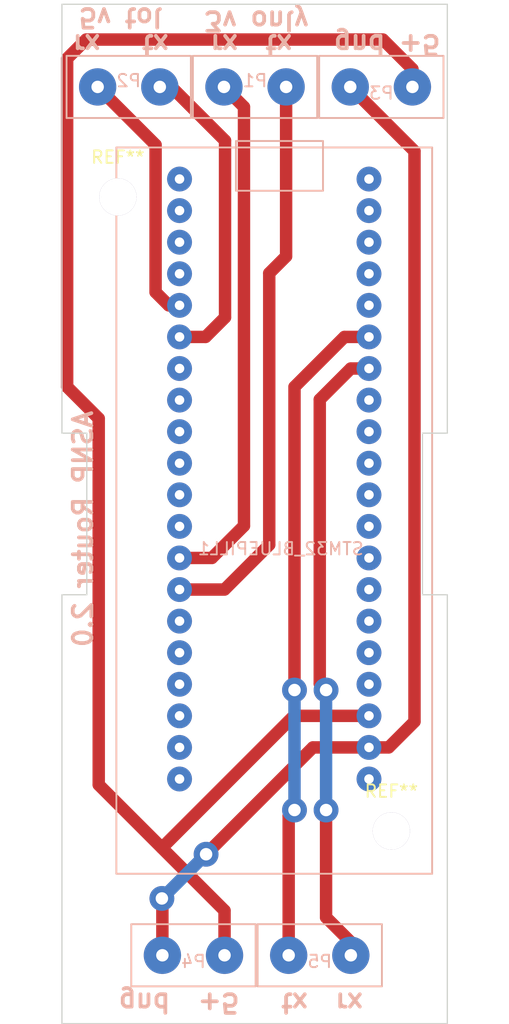
<source format=kicad_pcb>
(kicad_pcb (version 4) (host pcbnew 4.0.4-stable)

  (general
    (links 10)
    (no_connects 0)
    (area 243.442857 50.212 284.557143 132.550001)
    (thickness 1.6)
    (drawings 17)
    (tracks 64)
    (zones 0)
    (modules 8)
    (nets 41)
  )

  (page A4)
  (layers
    (0 F.Cu signal)
    (31 B.Cu signal)
    (32 B.Adhes user)
    (33 F.Adhes user)
    (34 B.Paste user)
    (35 F.Paste user)
    (36 B.SilkS user)
    (37 F.SilkS user)
    (38 B.Mask user)
    (39 F.Mask user)
    (40 Dwgs.User user)
    (41 Cmts.User user)
    (42 Eco1.User user)
    (43 Eco2.User user)
    (44 Edge.Cuts user)
    (45 Margin user)
    (46 B.CrtYd user)
    (47 F.CrtYd user)
    (48 B.Fab user)
    (49 F.Fab user)
  )

  (setup
    (last_trace_width 0.25)
    (user_trace_width 1)
    (user_trace_width 2)
    (user_trace_width 4)
    (trace_clearance 0.2)
    (zone_clearance 0.508)
    (zone_45_only no)
    (trace_min 0.2)
    (segment_width 0.2)
    (edge_width 0.1)
    (via_size 0.6)
    (via_drill 0.4)
    (via_min_size 0.4)
    (via_min_drill 0.3)
    (user_via 2 1)
    (uvia_size 0.3)
    (uvia_drill 0.1)
    (uvias_allowed no)
    (uvia_min_size 0.2)
    (uvia_min_drill 0.1)
    (pcb_text_width 0.3)
    (pcb_text_size 1.5 1.5)
    (mod_edge_width 0.15)
    (mod_text_size 1 1)
    (mod_text_width 0.15)
    (pad_size 3 3)
    (pad_drill 3)
    (pad_to_mask_clearance 0)
    (aux_axis_origin 0 0)
    (visible_elements FFFFFF7F)
    (pcbplotparams
      (layerselection 0x01030_80000001)
      (usegerberextensions false)
      (excludeedgelayer true)
      (linewidth 0.100000)
      (plotframeref false)
      (viasonmask false)
      (mode 1)
      (useauxorigin false)
      (hpglpennumber 1)
      (hpglpenspeed 20)
      (hpglpendiameter 15)
      (hpglpenoverlay 2)
      (psnegative false)
      (psa4output false)
      (plotreference true)
      (plotvalue true)
      (plotinvisibletext false)
      (padsonsilk false)
      (subtractmaskfromsilk false)
      (outputformat 1)
      (mirror false)
      (drillshape 0)
      (scaleselection 1)
      (outputdirectory ""))
  )

  (net 0 "")
  (net 1 "Net-(P1-Pad2)")
  (net 2 "Net-(P1-Pad1)")
  (net 3 "Net-(P2-Pad1)")
  (net 4 "Net-(P2-Pad2)")
  (net 5 "Net-(P3-Pad1)")
  (net 6 "Net-(P3-Pad2)")
  (net 7 "Net-(P5-Pad1)")
  (net 8 "Net-(P5-Pad2)")
  (net 9 "Net-(STM32_BLUEPILL1-Pad1)")
  (net 10 "Net-(STM32_BLUEPILL1-Pad4)")
  (net 11 "Net-(STM32_BLUEPILL1-Pad5)")
  (net 12 "Net-(STM32_BLUEPILL1-Pad6)")
  (net 13 "Net-(STM32_BLUEPILL1-Pad7)")
  (net 14 "Net-(STM32_BLUEPILL1-Pad8)")
  (net 15 "Net-(STM32_BLUEPILL1-Pad9)")
  (net 16 "Net-(STM32_BLUEPILL1-Pad10)")
  (net 17 "Net-(STM32_BLUEPILL1-Pad11)")
  (net 18 "Net-(STM32_BLUEPILL1-Pad12)")
  (net 19 "Net-(STM32_BLUEPILL1-Pad13)")
  (net 20 "Net-(STM32_BLUEPILL1-Pad16)")
  (net 21 "Net-(STM32_BLUEPILL1-Pad17)")
  (net 22 "Net-(STM32_BLUEPILL1-Pad18)")
  (net 23 "Net-(STM32_BLUEPILL1-Pad19)")
  (net 24 "Net-(STM32_BLUEPILL1-Pad20)")
  (net 25 "Net-(STM32_BLUEPILL1-Pad21)")
  (net 26 "Net-(STM32_BLUEPILL1-Pad22)")
  (net 27 "Net-(STM32_BLUEPILL1-Pad23)")
  (net 28 "Net-(STM32_BLUEPILL1-Pad24)")
  (net 29 "Net-(STM32_BLUEPILL1-Pad25)")
  (net 30 "Net-(STM32_BLUEPILL1-Pad26)")
  (net 31 "Net-(STM32_BLUEPILL1-Pad29)")
  (net 32 "Net-(STM32_BLUEPILL1-Pad30)")
  (net 33 "Net-(STM32_BLUEPILL1-Pad31)")
  (net 34 "Net-(STM32_BLUEPILL1-Pad32)")
  (net 35 "Net-(STM32_BLUEPILL1-Pad33)")
  (net 36 "Net-(STM32_BLUEPILL1-Pad34)")
  (net 37 "Net-(STM32_BLUEPILL1-Pad37)")
  (net 38 "Net-(STM32_BLUEPILL1-Pad38)")
  (net 39 "Net-(STM32_BLUEPILL1-Pad39)")
  (net 40 "Net-(STM32_BLUEPILL1-Pad40)")

  (net_class Default "This is the default net class."
    (clearance 0.2)
    (trace_width 0.25)
    (via_dia 0.6)
    (via_drill 0.4)
    (uvia_dia 0.3)
    (uvia_drill 0.1)
    (add_net "Net-(P1-Pad1)")
    (add_net "Net-(P1-Pad2)")
    (add_net "Net-(P2-Pad1)")
    (add_net "Net-(P2-Pad2)")
    (add_net "Net-(P3-Pad1)")
    (add_net "Net-(P3-Pad2)")
    (add_net "Net-(P5-Pad1)")
    (add_net "Net-(P5-Pad2)")
    (add_net "Net-(STM32_BLUEPILL1-Pad1)")
    (add_net "Net-(STM32_BLUEPILL1-Pad10)")
    (add_net "Net-(STM32_BLUEPILL1-Pad11)")
    (add_net "Net-(STM32_BLUEPILL1-Pad12)")
    (add_net "Net-(STM32_BLUEPILL1-Pad13)")
    (add_net "Net-(STM32_BLUEPILL1-Pad16)")
    (add_net "Net-(STM32_BLUEPILL1-Pad17)")
    (add_net "Net-(STM32_BLUEPILL1-Pad18)")
    (add_net "Net-(STM32_BLUEPILL1-Pad19)")
    (add_net "Net-(STM32_BLUEPILL1-Pad20)")
    (add_net "Net-(STM32_BLUEPILL1-Pad21)")
    (add_net "Net-(STM32_BLUEPILL1-Pad22)")
    (add_net "Net-(STM32_BLUEPILL1-Pad23)")
    (add_net "Net-(STM32_BLUEPILL1-Pad24)")
    (add_net "Net-(STM32_BLUEPILL1-Pad25)")
    (add_net "Net-(STM32_BLUEPILL1-Pad26)")
    (add_net "Net-(STM32_BLUEPILL1-Pad29)")
    (add_net "Net-(STM32_BLUEPILL1-Pad30)")
    (add_net "Net-(STM32_BLUEPILL1-Pad31)")
    (add_net "Net-(STM32_BLUEPILL1-Pad32)")
    (add_net "Net-(STM32_BLUEPILL1-Pad33)")
    (add_net "Net-(STM32_BLUEPILL1-Pad34)")
    (add_net "Net-(STM32_BLUEPILL1-Pad37)")
    (add_net "Net-(STM32_BLUEPILL1-Pad38)")
    (add_net "Net-(STM32_BLUEPILL1-Pad39)")
    (add_net "Net-(STM32_BLUEPILL1-Pad4)")
    (add_net "Net-(STM32_BLUEPILL1-Pad40)")
    (add_net "Net-(STM32_BLUEPILL1-Pad5)")
    (add_net "Net-(STM32_BLUEPILL1-Pad6)")
    (add_net "Net-(STM32_BLUEPILL1-Pad7)")
    (add_net "Net-(STM32_BLUEPILL1-Pad8)")
    (add_net "Net-(STM32_BLUEPILL1-Pad9)")
  )

  (module SmartHouseLib:STM32_DISCOVERY (layer B.Cu) (tedit 5AF5E8EF) (tstamp 5DE111AA)
    (at 260.5 92.5)
    (path /59D762A4)
    (fp_text reference STM32_BLUEPILL1 (at 5.6 1.8) (layer B.SilkS)
      (effects (font (size 1 1) (thickness 0.15)) (justify mirror))
    )
    (fp_text value STM32DISCOVERY (at 4.6 4.2) (layer B.Fab)
      (effects (font (size 1 1) (thickness 0.15)) (justify mirror))
    )
    (fp_line (start 2 -31) (end 2 -27) (layer B.SilkS) (width 0.15))
    (fp_line (start 2 -27) (end 9 -27) (layer B.SilkS) (width 0.15))
    (fp_line (start 9 -27) (end 9 -31) (layer B.SilkS) (width 0.15))
    (fp_line (start 9 -31) (end 2 -31) (layer B.SilkS) (width 0.15))
    (fp_line (start 17.78 -30.48) (end -7.62 -30.48) (layer B.SilkS) (width 0.15))
    (fp_line (start -7.62 -30.48) (end -7.62 27.94) (layer B.SilkS) (width 0.15))
    (fp_line (start -7.62 27.94) (end 17.78 27.94) (layer B.SilkS) (width 0.15))
    (fp_line (start 17.78 27.94) (end 17.78 -30.48) (layer B.SilkS) (width 0.15))
    (pad 1 thru_hole circle (at 12.7 20.32) (size 2 2) (drill 0.762) (layers *.Cu *.Mask)
      (net 9 "Net-(STM32_BLUEPILL1-Pad1)"))
    (pad 2 thru_hole circle (at 12.7 17.78) (size 2 2) (drill 0.762) (layers *.Cu *.Mask)
      (net 6 "Net-(P3-Pad2)"))
    (pad 3 thru_hole circle (at 12.7 15.24) (size 2 2) (drill 0.762) (layers *.Cu *.Mask)
      (net 5 "Net-(P3-Pad1)"))
    (pad 4 thru_hole circle (at 12.7 12.7) (size 2 2) (drill 0.762) (layers *.Cu *.Mask)
      (net 10 "Net-(STM32_BLUEPILL1-Pad4)"))
    (pad 5 thru_hole circle (at 12.7 10.16) (size 2 2) (drill 0.762) (layers *.Cu *.Mask)
      (net 11 "Net-(STM32_BLUEPILL1-Pad5)"))
    (pad 6 thru_hole circle (at 12.7 7.62) (size 2 2) (drill 0.762) (layers *.Cu *.Mask)
      (net 12 "Net-(STM32_BLUEPILL1-Pad6)"))
    (pad 7 thru_hole circle (at 12.7 5.08) (size 2 2) (drill 0.762) (layers *.Cu *.Mask)
      (net 13 "Net-(STM32_BLUEPILL1-Pad7)"))
    (pad 8 thru_hole circle (at 12.7 2.54) (size 2 2) (drill 0.762) (layers *.Cu *.Mask)
      (net 14 "Net-(STM32_BLUEPILL1-Pad8)"))
    (pad 9 thru_hole circle (at 12.7 0) (size 2 2) (drill 0.762) (layers *.Cu *.Mask)
      (net 15 "Net-(STM32_BLUEPILL1-Pad9)"))
    (pad 10 thru_hole circle (at 12.7 -2.54) (size 2 2) (drill 0.762) (layers *.Cu *.Mask)
      (net 16 "Net-(STM32_BLUEPILL1-Pad10)"))
    (pad 11 thru_hole circle (at 12.7 -5.08) (size 2 2) (drill 0.762) (layers *.Cu *.Mask)
      (net 17 "Net-(STM32_BLUEPILL1-Pad11)"))
    (pad 12 thru_hole circle (at 12.7 -7.62) (size 2 2) (drill 0.762) (layers *.Cu *.Mask)
      (net 18 "Net-(STM32_BLUEPILL1-Pad12)"))
    (pad 13 thru_hole circle (at 12.7 -10.16) (size 2 2) (drill 0.762) (layers *.Cu *.Mask)
      (net 19 "Net-(STM32_BLUEPILL1-Pad13)"))
    (pad 14 thru_hole circle (at 12.7 -12.7) (size 2 2) (drill 0.762) (layers *.Cu *.Mask)
      (net 7 "Net-(P5-Pad1)"))
    (pad 15 thru_hole circle (at 12.7 -15.24) (size 2 2) (drill 0.762) (layers *.Cu *.Mask)
      (net 8 "Net-(P5-Pad2)"))
    (pad 16 thru_hole circle (at 12.7 -17.78) (size 2 2) (drill 0.762) (layers *.Cu *.Mask)
      (net 20 "Net-(STM32_BLUEPILL1-Pad16)"))
    (pad 17 thru_hole circle (at 12.7 -20.32) (size 2 2) (drill 0.762) (layers *.Cu *.Mask)
      (net 21 "Net-(STM32_BLUEPILL1-Pad17)"))
    (pad 18 thru_hole circle (at 12.7 -22.86) (size 2 2) (drill 0.762) (layers *.Cu *.Mask)
      (net 22 "Net-(STM32_BLUEPILL1-Pad18)"))
    (pad 19 thru_hole circle (at 12.7 -25.4) (size 2 2) (drill 0.762) (layers *.Cu *.Mask)
      (net 23 "Net-(STM32_BLUEPILL1-Pad19)"))
    (pad 20 thru_hole circle (at 12.7 -27.94) (size 2 2) (drill 0.762) (layers *.Cu *.Mask)
      (net 24 "Net-(STM32_BLUEPILL1-Pad20)"))
    (pad 21 thru_hole circle (at -2.54 20.32) (size 2 2) (drill 0.762) (layers *.Cu *.Mask)
      (net 25 "Net-(STM32_BLUEPILL1-Pad21)"))
    (pad 22 thru_hole circle (at -2.54 17.78) (size 2 2) (drill 0.762) (layers *.Cu *.Mask)
      (net 26 "Net-(STM32_BLUEPILL1-Pad22)"))
    (pad 23 thru_hole circle (at -2.54 15.24) (size 2 2) (drill 0.762) (layers *.Cu *.Mask)
      (net 27 "Net-(STM32_BLUEPILL1-Pad23)"))
    (pad 24 thru_hole circle (at -2.54 12.7) (size 2 2) (drill 0.762) (layers *.Cu *.Mask)
      (net 28 "Net-(STM32_BLUEPILL1-Pad24)"))
    (pad 25 thru_hole circle (at -2.54 10.16) (size 2 2) (drill 0.762) (layers *.Cu *.Mask)
      (net 29 "Net-(STM32_BLUEPILL1-Pad25)"))
    (pad 26 thru_hole circle (at -2.54 7.62) (size 2 2) (drill 0.762) (layers *.Cu *.Mask)
      (net 30 "Net-(STM32_BLUEPILL1-Pad26)"))
    (pad 27 thru_hole circle (at -2.54 5.08) (size 2 2) (drill 0.762) (layers *.Cu *.Mask)
      (net 1 "Net-(P1-Pad2)"))
    (pad 28 thru_hole circle (at -2.54 2.54) (size 2 2) (drill 0.762) (layers *.Cu *.Mask)
      (net 2 "Net-(P1-Pad1)"))
    (pad 29 thru_hole circle (at -2.54 0) (size 2 2) (drill 0.762) (layers *.Cu *.Mask)
      (net 31 "Net-(STM32_BLUEPILL1-Pad29)"))
    (pad 30 thru_hole circle (at -2.54 -2.54) (size 2 2) (drill 0.762) (layers *.Cu *.Mask)
      (net 32 "Net-(STM32_BLUEPILL1-Pad30)"))
    (pad 31 thru_hole circle (at -2.54 -5.08) (size 2 2) (drill 0.762) (layers *.Cu *.Mask)
      (net 33 "Net-(STM32_BLUEPILL1-Pad31)"))
    (pad 32 thru_hole circle (at -2.54 -7.62) (size 2 2) (drill 0.762) (layers *.Cu *.Mask)
      (net 34 "Net-(STM32_BLUEPILL1-Pad32)"))
    (pad 33 thru_hole circle (at -2.54 -10.16) (size 2 2) (drill 0.762) (layers *.Cu *.Mask)
      (net 35 "Net-(STM32_BLUEPILL1-Pad33)"))
    (pad 34 thru_hole circle (at -2.54 -12.7) (size 2 2) (drill 0.762) (layers *.Cu *.Mask)
      (net 36 "Net-(STM32_BLUEPILL1-Pad34)"))
    (pad 35 thru_hole circle (at -2.54 -15.24) (size 2 2) (drill 0.762) (layers *.Cu *.Mask)
      (net 4 "Net-(P2-Pad2)"))
    (pad 36 thru_hole circle (at -2.54 -17.78) (size 2 2) (drill 0.762) (layers *.Cu *.Mask)
      (net 3 "Net-(P2-Pad1)"))
    (pad 37 thru_hole circle (at -2.54 -20.32) (size 2 2) (drill 0.762) (layers *.Cu *.Mask)
      (net 37 "Net-(STM32_BLUEPILL1-Pad37)"))
    (pad 38 thru_hole circle (at -2.54 -22.86) (size 2 2) (drill 0.762) (layers *.Cu *.Mask)
      (net 38 "Net-(STM32_BLUEPILL1-Pad38)"))
    (pad 39 thru_hole circle (at -2.54 -25.4) (size 2 2) (drill 0.762) (layers *.Cu *.Mask)
      (net 39 "Net-(STM32_BLUEPILL1-Pad39)"))
    (pad 40 thru_hole circle (at -2.54 -27.94) (size 2 2) (drill 0.762) (layers *.Cu *.Mask)
      (net 40 "Net-(STM32_BLUEPILL1-Pad40)"))
  )

  (module Mounting_Holes:MountingHole_2.2mm_M2 (layer F.Cu) (tedit 5DE222F1) (tstamp 5DD565EB)
    (at 253 66)
    (descr "Mounting Hole 2.2mm, no annular, M2")
    (tags "mounting hole 2.2mm no annular m2")
    (attr virtual)
    (fp_text reference REF** (at 0 -3.2) (layer F.SilkS)
      (effects (font (size 1 1) (thickness 0.15)))
    )
    (fp_text value MountingHole_2.2mm_M2 (at 0 3.2) (layer F.Fab)
      (effects (font (size 1 1) (thickness 0.15)))
    )
    (fp_text user %R (at 0.3 0) (layer F.Fab)
      (effects (font (size 1 1) (thickness 0.15)))
    )
    (fp_circle (center 0 0) (end 2.2 0) (layer Cmts.User) (width 0.15))
    (fp_circle (center 0 0) (end 2.45 0) (layer F.CrtYd) (width 0.05))
    (pad 1 thru_hole circle (at 0 0) (size 3 3) (drill 3) (layers *.Cu *.Mask))
  )

  (module Mounting_Holes:MountingHole_2.2mm_M2 (layer F.Cu) (tedit 5DE222FA) (tstamp 5DD56611)
    (at 275 117)
    (descr "Mounting Hole 2.2mm, no annular, M2")
    (tags "mounting hole 2.2mm no annular m2")
    (attr virtual)
    (fp_text reference REF** (at 0 -3.2) (layer F.SilkS)
      (effects (font (size 1 1) (thickness 0.15)))
    )
    (fp_text value MountingHole_2.2mm_M2 (at 0 3.2) (layer F.Fab)
      (effects (font (size 1 1) (thickness 0.15)))
    )
    (fp_text user %R (at 0.3 0) (layer F.Fab)
      (effects (font (size 1 1) (thickness 0.15)))
    )
    (fp_circle (center 0 0) (end 2.2 0) (layer Cmts.User) (width 0.15))
    (fp_circle (center 0 0) (end 2.45 0) (layer F.CrtYd) (width 0.05))
    (pad 1 thru_hole circle (at 0 0) (size 3 3) (drill 3) (layers *.Cu *.Mask))
  )

  (module SmartHouseLib:CONN_2_5mm (layer B.Cu) (tedit 59BCA9DA) (tstamp 5DE1114E)
    (at 264.033 57.15)
    (path /5DE1142B)
    (fp_text reference P1 (at 0 -0.5) (layer B.SilkS)
      (effects (font (size 1 1) (thickness 0.15)) (justify mirror))
    )
    (fp_text value UART3VONLY_RX_TX (at 0 0.5) (layer B.Fab)
      (effects (font (size 1 1) (thickness 0.15)) (justify mirror))
    )
    (fp_line (start -5 2.5) (end 5 2.5) (layer B.SilkS) (width 0.15))
    (fp_line (start 5 2.5) (end 5 -2.5) (layer B.SilkS) (width 0.15))
    (fp_line (start 5 -2.5) (end -5 -2.5) (layer B.SilkS) (width 0.15))
    (fp_line (start -5 -2.5) (end -5 2.5) (layer B.SilkS) (width 0.15))
    (pad 1 thru_hole circle (at -2.5 0) (size 3 3) (drill 1) (layers *.Cu *.Mask)
      (net 2 "Net-(P1-Pad1)"))
    (pad 2 thru_hole circle (at 2.5 0) (size 3 3) (drill 1) (layers *.Cu *.Mask)
      (net 1 "Net-(P1-Pad2)"))
  )

  (module SmartHouseLib:CONN_2_5mm (layer B.Cu) (tedit 59BCA9DA) (tstamp 5DE11158)
    (at 253.873 57.15)
    (path /5DE1183E)
    (fp_text reference P2 (at 0 -0.5) (layer B.SilkS)
      (effects (font (size 1 1) (thickness 0.15)) (justify mirror))
    )
    (fp_text value UART_RX_TX (at 0 0.5) (layer B.Fab)
      (effects (font (size 1 1) (thickness 0.15)) (justify mirror))
    )
    (fp_line (start -5 2.5) (end 5 2.5) (layer B.SilkS) (width 0.15))
    (fp_line (start 5 2.5) (end 5 -2.5) (layer B.SilkS) (width 0.15))
    (fp_line (start 5 -2.5) (end -5 -2.5) (layer B.SilkS) (width 0.15))
    (fp_line (start -5 -2.5) (end -5 2.5) (layer B.SilkS) (width 0.15))
    (pad 1 thru_hole circle (at -2.5 0) (size 3 3) (drill 1) (layers *.Cu *.Mask)
      (net 3 "Net-(P2-Pad1)"))
    (pad 2 thru_hole circle (at 2.5 0) (size 3 3) (drill 1) (layers *.Cu *.Mask)
      (net 4 "Net-(P2-Pad2)"))
  )

  (module SmartHouseLib:CONN_2_5mm (layer B.Cu) (tedit 59BCA9DA) (tstamp 5DE11162)
    (at 274.193 57.15 180)
    (path /5DE118CF)
    (fp_text reference P3 (at 0 -0.5 180) (layer B.SilkS)
      (effects (font (size 1 1) (thickness 0.15)) (justify mirror))
    )
    (fp_text value PWR_5V_GND (at 0 0.5 180) (layer B.Fab)
      (effects (font (size 1 1) (thickness 0.15)) (justify mirror))
    )
    (fp_line (start -5 2.5) (end 5 2.5) (layer B.SilkS) (width 0.15))
    (fp_line (start 5 2.5) (end 5 -2.5) (layer B.SilkS) (width 0.15))
    (fp_line (start 5 -2.5) (end -5 -2.5) (layer B.SilkS) (width 0.15))
    (fp_line (start -5 -2.5) (end -5 2.5) (layer B.SilkS) (width 0.15))
    (pad 1 thru_hole circle (at -2.5 0 180) (size 3 3) (drill 1) (layers *.Cu *.Mask)
      (net 5 "Net-(P3-Pad1)"))
    (pad 2 thru_hole circle (at 2.5 0 180) (size 3 3) (drill 1) (layers *.Cu *.Mask)
      (net 6 "Net-(P3-Pad2)"))
  )

  (module SmartHouseLib:CONN_2_5mm (layer B.Cu) (tedit 59BCA9DA) (tstamp 5DE1116C)
    (at 259.08 127 180)
    (path /5DE11906)
    (fp_text reference P4 (at 0 -0.5 180) (layer B.SilkS)
      (effects (font (size 1 1) (thickness 0.15)) (justify mirror))
    )
    (fp_text value PWR_5V_GND (at 0 0.5 180) (layer B.Fab)
      (effects (font (size 1 1) (thickness 0.15)) (justify mirror))
    )
    (fp_line (start -5 2.5) (end 5 2.5) (layer B.SilkS) (width 0.15))
    (fp_line (start 5 2.5) (end 5 -2.5) (layer B.SilkS) (width 0.15))
    (fp_line (start 5 -2.5) (end -5 -2.5) (layer B.SilkS) (width 0.15))
    (fp_line (start -5 -2.5) (end -5 2.5) (layer B.SilkS) (width 0.15))
    (pad 1 thru_hole circle (at -2.5 0 180) (size 3 3) (drill 1) (layers *.Cu *.Mask)
      (net 5 "Net-(P3-Pad1)"))
    (pad 2 thru_hole circle (at 2.5 0 180) (size 3 3) (drill 1) (layers *.Cu *.Mask)
      (net 6 "Net-(P3-Pad2)"))
  )

  (module SmartHouseLib:CONN_2_5mm (layer B.Cu) (tedit 5DE10FF9) (tstamp 5DE11176)
    (at 269.24 127 180)
    (path /5DE119A6)
    (fp_text reference P5 (at 0 -0.5 180) (layer B.SilkS)
      (effects (font (size 1 1) (thickness 0.15)) (justify mirror))
    )
    (fp_text value UART_RX_TX (at 0 0.5 180) (layer B.Fab)
      (effects (font (size 1 1) (thickness 0.15)) (justify mirror))
    )
    (fp_line (start -5 2.5) (end 5 2.5) (layer B.SilkS) (width 0.15))
    (fp_line (start 5 2.5) (end 5 -2.5) (layer B.SilkS) (width 0.15))
    (fp_line (start 5 -2.5) (end -5 -2.5) (layer B.SilkS) (width 0.15))
    (fp_line (start -5 -2.5) (end -5 2.5) (layer B.SilkS) (width 0.15))
    (pad 1 thru_hole circle (at -2.5 0 180) (size 3 3) (drill 1) (layers *.Cu *.Mask)
      (net 7 "Net-(P5-Pad1)"))
    (pad 2 thru_hole circle (at 2.5 0 180) (size 3 3) (drill 1) (layers *.Cu *.Mask)
      (net 8 "Net-(P5-Pad2)"))
  )

  (gr_text "ASNP Router 2.0" (at 250.19 92.71 90) (layer B.SilkS)
    (effects (font (size 1.5 1.5) (thickness 0.3)) (justify mirror))
  )
  (gr_line (start 248.5 98) (end 248.5 132.5) (angle 90) (layer Edge.Cuts) (width 0.1))
  (gr_line (start 250.5 98) (end 248.5 98) (angle 90) (layer Edge.Cuts) (width 0.1))
  (gr_line (start 250.5 85) (end 250.5 98) (angle 90) (layer Edge.Cuts) (width 0.1))
  (gr_line (start 248.5 85) (end 250.5 85) (angle 90) (layer Edge.Cuts) (width 0.1))
  (gr_line (start 248.5 50.5) (end 248.5 85) (angle 90) (layer Edge.Cuts) (width 0.1))
  (gr_line (start 279.5 98) (end 279.5 132.5) (angle 90) (layer Edge.Cuts) (width 0.1))
  (gr_line (start 277.5 98) (end 279.5 98) (angle 90) (layer Edge.Cuts) (width 0.1))
  (gr_line (start 277.5 85) (end 277.5 98) (angle 90) (layer Edge.Cuts) (width 0.1))
  (gr_line (start 279.5 85) (end 277.5 85) (angle 90) (layer Edge.Cuts) (width 0.1))
  (gr_line (start 279.5 50.5) (end 279.5 85) (angle 90) (layer Edge.Cuts) (width 0.1))
  (gr_text "5v tol" (at 253.238 51.562 180) (layer B.SilkS)
    (effects (font (size 1.5 1.5) (thickness 0.3)) (justify mirror))
  )
  (gr_text "3v only" (at 264.16 51.816 180) (layer B.SilkS)
    (effects (font (size 1.5 1.5) (thickness 0.3)) (justify mirror))
  )
  (gr_text "gnd  +5   tx  rx" (at 262.89 130.81 180) (layer B.SilkS)
    (effects (font (size 1.5 1.5) (thickness 0.3)) (justify mirror))
  )
  (gr_text "rx   tx   rx  tx   gnd +5" (at 264.16 53.721 180) (layer B.SilkS)
    (effects (font (size 1.5 1.5) (thickness 0.3)) (justify mirror))
  )
  (gr_line (start 279.5 132.5) (end 248.5 132.5) (angle 90) (layer Edge.Cuts) (width 0.1))
  (gr_line (start 248.5 50.5) (end 279.5 50.5) (angle 90) (layer Edge.Cuts) (width 0.1))

  (segment (start 257.96 97.58) (end 261.576 97.58) (width 1) (layer F.Cu) (net 1))
  (segment (start 266.533 70.779) (end 266.533 57.15) (width 1) (layer F.Cu) (net 1) (tstamp 5DE14347))
  (segment (start 265.176 72.136) (end 266.533 70.779) (width 1) (layer F.Cu) (net 1) (tstamp 5DE14345))
  (segment (start 265.176 93.98) (end 265.176 72.136) (width 1) (layer F.Cu) (net 1) (tstamp 5DE14344))
  (segment (start 261.576 97.58) (end 265.176 93.98) (width 1) (layer F.Cu) (net 1) (tstamp 5DE14342))
  (segment (start 257.96 95.04) (end 260.56 95.04) (width 1) (layer F.Cu) (net 2))
  (segment (start 263.144 58.761) (end 261.533 57.15) (width 1) (layer F.Cu) (net 2) (tstamp 5DE1434D))
  (segment (start 263.144 92.456) (end 263.144 58.761) (width 1) (layer F.Cu) (net 2) (tstamp 5DE1434B))
  (segment (start 260.56 95.04) (end 263.144 92.456) (width 1) (layer F.Cu) (net 2) (tstamp 5DE1434A))
  (segment (start 257.96 74.72) (end 257.092 74.72) (width 1) (layer F.Cu) (net 3))
  (segment (start 257.092 74.72) (end 256.032 73.66) (width 1) (layer F.Cu) (net 3) (tstamp 5DE1435A))
  (segment (start 256.032 73.66) (end 256.032 61.809) (width 1) (layer F.Cu) (net 3) (tstamp 5DE1435B))
  (segment (start 256.032 61.809) (end 251.373 57.15) (width 1) (layer F.Cu) (net 3) (tstamp 5DE1435C))
  (segment (start 251.373 57.15) (end 251.46 57.15) (width 1) (layer F.Cu) (net 3))
  (segment (start 256.373 57.15) (end 257.302 57.15) (width 1) (layer F.Cu) (net 4))
  (segment (start 257.302 57.15) (end 261.62 61.468) (width 1) (layer F.Cu) (net 4) (tstamp 5DE14350))
  (segment (start 260.052 77.26) (end 257.96 77.26) (width 1) (layer F.Cu) (net 4) (tstamp 5DE14357))
  (segment (start 261.62 75.692) (end 260.052 77.26) (width 1) (layer F.Cu) (net 4) (tstamp 5DE14356))
  (segment (start 261.62 61.468) (end 261.62 75.692) (width 1) (layer F.Cu) (net 4) (tstamp 5DE14353))
  (segment (start 256.373 57.15) (end 256.54 57.15) (width 1) (layer F.Cu) (net 4))
  (segment (start 273.2 107.74) (end 267.164 107.74) (width 1) (layer F.Cu) (net 5))
  (segment (start 267.164 107.74) (end 256.54 118.364) (width 1) (layer F.Cu) (net 5) (tstamp 5DE14307))
  (segment (start 276.693 57.15) (end 276.693 55.713) (width 1) (layer F.Cu) (net 5))
  (segment (start 276.693 55.713) (end 274.32 53.34) (width 1) (layer F.Cu) (net 5) (tstamp 5DE142EB))
  (segment (start 261.58 123.404) (end 261.58 127) (width 1) (layer F.Cu) (net 5) (tstamp 5DE14303))
  (segment (start 251.46 113.284) (end 256.54 118.364) (width 1) (layer F.Cu) (net 5) (tstamp 5DE142F4))
  (segment (start 256.54 118.364) (end 261.58 123.404) (width 1) (layer F.Cu) (net 5) (tstamp 5DE1430C))
  (segment (start 251.46 83.82) (end 251.46 113.284) (width 1) (layer F.Cu) (net 5) (tstamp 5DE142F3))
  (segment (start 248.92 81.28) (end 251.46 83.82) (width 1) (layer F.Cu) (net 5) (tstamp 5DE142F0))
  (segment (start 248.92 54.864) (end 248.92 81.28) (width 1) (layer F.Cu) (net 5) (tstamp 5DE142EE))
  (segment (start 250.444 53.34) (end 248.92 54.864) (width 1) (layer F.Cu) (net 5) (tstamp 5DE142ED))
  (segment (start 274.32 53.34) (end 250.444 53.34) (width 1) (layer F.Cu) (net 5) (tstamp 5DE142EC))
  (segment (start 276.693 57.15) (end 276.693 57.618) (width 1) (layer F.Cu) (net 5))
  (segment (start 261.58 127) (end 261.58 127.595) (width 1) (layer F.Cu) (net 5))
  (segment (start 256.58 127) (end 256.58 122.468) (width 1) (layer F.Cu) (net 6))
  (segment (start 268.688 110.28) (end 273.2 110.28) (width 1) (layer F.Cu) (net 6) (tstamp 5DE14314))
  (segment (start 260.096 118.872) (end 268.688 110.28) (width 1) (layer F.Cu) (net 6) (tstamp 5DE14313))
  (via (at 260.096 118.872) (size 2) (drill 1) (layers F.Cu B.Cu) (net 6))
  (segment (start 256.54 122.428) (end 260.096 118.872) (width 1) (layer B.Cu) (net 6) (tstamp 5DE14310))
  (via (at 256.54 122.428) (size 2) (drill 1) (layers F.Cu B.Cu) (net 6))
  (segment (start 256.58 122.468) (end 256.54 122.428) (width 1) (layer F.Cu) (net 6) (tstamp 5DE1430E))
  (segment (start 273.2 110.28) (end 274.784 110.28) (width 1) (layer F.Cu) (net 6))
  (segment (start 276.86 62.317) (end 271.693 57.15) (width 1) (layer F.Cu) (net 6) (tstamp 5DE142DD))
  (segment (start 276.86 108.204) (end 276.86 62.317) (width 1) (layer F.Cu) (net 6) (tstamp 5DE142DC))
  (segment (start 274.784 110.28) (end 276.86 108.204) (width 1) (layer F.Cu) (net 6) (tstamp 5DE142D7))
  (segment (start 271.74 127) (end 271.74 125.944) (width 1) (layer F.Cu) (net 7))
  (segment (start 271.74 125.944) (end 269.748 123.952) (width 1) (layer F.Cu) (net 7) (tstamp 5DE1437F))
  (segment (start 269.748 123.952) (end 269.748 115.316) (width 1) (layer F.Cu) (net 7) (tstamp 5DE14380))
  (via (at 269.748 115.316) (size 2) (drill 1) (layers F.Cu B.Cu) (net 7))
  (segment (start 269.748 115.316) (end 269.748 105.664) (width 1) (layer B.Cu) (net 7) (tstamp 5DE14385))
  (via (at 269.748 105.664) (size 2) (drill 1) (layers F.Cu B.Cu) (net 7))
  (segment (start 269.748 105.664) (end 269.24 105.156) (width 1) (layer F.Cu) (net 7) (tstamp 5DE14388))
  (segment (start 269.24 105.156) (end 269.24 82.296) (width 1) (layer F.Cu) (net 7) (tstamp 5DE14389))
  (segment (start 269.24 82.296) (end 271.736 79.8) (width 1) (layer F.Cu) (net 7) (tstamp 5DE1438A))
  (segment (start 271.736 79.8) (end 273.2 79.8) (width 1) (layer F.Cu) (net 7) (tstamp 5DE1438B))
  (segment (start 273.2 77.26) (end 271.228 77.26) (width 1) (layer F.Cu) (net 8))
  (segment (start 266.74 115.784) (end 266.74 127) (width 1) (layer F.Cu) (net 8) (tstamp 5DE1433B))
  (segment (start 267.208 115.316) (end 266.74 115.784) (width 1) (layer F.Cu) (net 8) (tstamp 5DE1433A))
  (via (at 267.208 115.316) (size 2) (drill 1) (layers F.Cu B.Cu) (net 8))
  (segment (start 267.208 105.664) (end 267.208 115.316) (width 1) (layer B.Cu) (net 8) (tstamp 5DE14336))
  (via (at 267.208 105.664) (size 2) (drill 1) (layers F.Cu B.Cu) (net 8))
  (segment (start 267.208 81.28) (end 267.208 105.664) (width 1) (layer F.Cu) (net 8) (tstamp 5DE14329))
  (segment (start 268.224 80.264) (end 267.208 81.28) (width 1) (layer F.Cu) (net 8) (tstamp 5DE14328))
  (segment (start 271.228 77.26) (end 268.224 80.264) (width 1) (layer F.Cu) (net 8) (tstamp 5DE14327))

)

</source>
